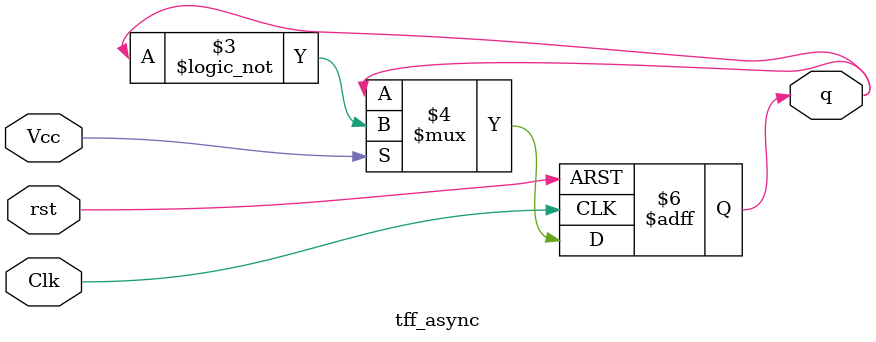
<source format=v>
`timescale 1ns / 1ps


module HW1(input clk, Vcc, rst ,output q11);

wire w1 , w2, q0, q1,q2,q3,q4; 
tff_async T1 (Vcc, clk , ~rst, q0);
tff_async T2 (q0, clk , ~rst, q1);
tff_async T3 (q1, lk , ~rst, q2);
tff_async T4 (q2, clk , ~rst, q3);
and a1 (w1,~q0,q1,q2,~q3); //gate format is a1 instance w1 output other 5 input
or o1(w2, w1, q4);
tff_async T5 (w2, clk , ~rst, q4);
assign qb = ~q4; 

endmodule


module tff_async(input Vcc , Clk , rst ,output reg q );

//flip flop logic 
always @ ( posedge Clk or negedge rst) begin
if(~rst) begin
    q <= ! 1'b1 ;
    end else if (Vcc) begin 
    q <= !q;
    end
end
endmodule

</source>
